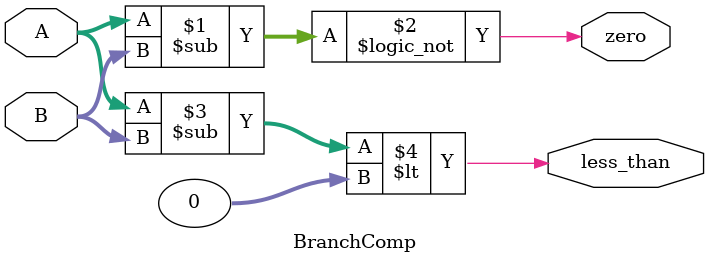
<source format=v>
module BranchComp (
    input signed [31:0] A, B,
    output zero,
    output less_than
);
    
    assign zero = (A - B == 0);
    assign less_than = (A - B < 0);

endmodule


</source>
